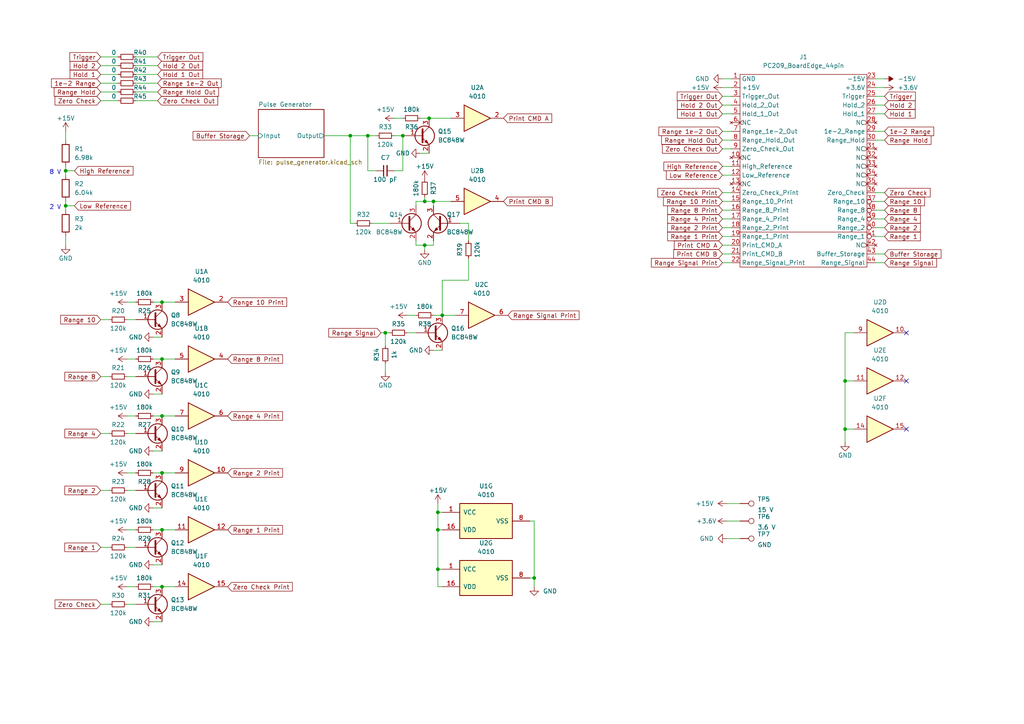
<source format=kicad_sch>
(kicad_sch (version 20211123) (generator eeschema)
  (paper "A4")
  (title_block (title "Keithley 615 PC209 Replacement Board") (date "2023-01-16") (rev "1.0") (company "Peter Farley") (comment 1 "Rev 1.0: Initial Design"))
  (lib_symbols
    (symbol "4xxx:4010" (pin_names (offset 1.016))
      (property "Reference" "U" (at 0 1.27 0))
      (property "Value" "4010" (at 0 -1.27 0))
      (symbol "4010_1_0"
        (polyline (pts (xy -3.81 3.81) (xy -3.81 -3.81) (xy 3.81 0) (xy -3.81 3.81)) (stroke (width 0.254)) (fill (type background)))
        (pin output line (at 7.62 0 180) (length 3.81) (name "~") (number "2"))
        (pin input line (at -7.62 0 0) (length 3.81) (name "~") (number "3"))
      )
      (symbol "4010_2_0"
        (polyline (pts (xy -3.81 3.81) (xy -3.81 -3.81) (xy 3.81 0) (xy -3.81 3.81)) (stroke (width 0.254)) (fill (type background)))
        (pin output line (at 7.62 0 180) (length 3.81) (name "~") (number "4"))
        (pin input line (at -7.62 0 0) (length 3.81) (name "~") (number "5"))
      )
      (symbol "4010_3_0"
        (polyline (pts (xy -3.81 3.81) (xy -3.81 -3.81) (xy 3.81 0) (xy -3.81 3.81)) (stroke (width 0.254)) (fill (type background)))
        (pin output line (at 7.62 0 180) (length 3.81) (name "~") (number "6"))
        (pin input line (at -7.62 0 0) (length 3.81) (name "~") (number "7"))
      )
      (symbol "4010_4_0"
        (polyline (pts (xy -3.81 3.81) (xy -3.81 -3.81) (xy 3.81 0) (xy -3.81 3.81)) (stroke (width 0.254)) (fill (type background)))
        (pin output line (at 7.62 0 180) (length 3.81) (name "~") (number "10"))
        (pin input line (at -7.62 0 0) (length 3.81) (name "~") (number "9"))
      )
      (symbol "4010_5_0"
        (polyline (pts (xy -3.81 3.81) (xy -3.81 -3.81) (xy 3.81 0) (xy -3.81 3.81)) (stroke (width 0.254)) (fill (type background)))
        (pin input line (at -7.62 0 0) (length 3.81) (name "~") (number "11"))
        (pin output line (at 7.62 0 180) (length 3.81) (name "~") (number "12"))
      )
      (symbol "4010_6_0"
        (polyline (pts (xy -3.81 3.81) (xy -3.81 -3.81) (xy 3.81 0) (xy -3.81 3.81)) (stroke (width 0.254)) (fill (type background)))
        (pin input line (at -7.62 0 0) (length 3.81) (name "~") (number "14"))
        (pin output line (at 7.62 0 180) (length 3.81) (name "~") (number "15"))
      )
      (symbol "4010_7_0"
        (pin power_in line (at 2.54 12.7 270) (length 5.08) (name "VCC") (number "1"))
        (pin power_in line (at -2.54 12.7 270) (length 5.08) (name "VDD") (number "16"))
        (pin power_in line (at 0 -12.7 90) (length 5.08) (name "VSS") (number "8"))
      )
      (symbol "4010_7_1"
        (rectangle (start -5.08 7.62) (end 5.08 -7.62) (stroke (width 0.254)) (fill (type background)))
      )
    )
    (symbol "Connector:TestPoint" (pin_numbers hide) (pin_names (offset 0.762) hide)
      (property "Reference" "TP" (at 0 6.858 0))
      (property "Value" "TestPoint" (at 0 5.08 0))
      (symbol "TestPoint_0_1"
        (circle (center 0 3.302) (radius 0.762))
      )
      (symbol "TestPoint_1_1"
        (pin passive line (at 0 0 90) (length 2.54) (name "1") (number "1"))
      )
    )
    (symbol "Device:C_Small" (pin_numbers hide) (pin_names (offset 0.254) hide)
      (property "Reference" "C" (at 0.254 1.778 0))
      (property "Value" "C_Small" (at 0.254 -2.032 0))
      (symbol "C_Small_0_1"
        (polyline (pts (xy -1.524 -0.508) (xy 1.524 -0.508)) (stroke (width 0.3302)))
        (polyline (pts (xy -1.524 0.508) (xy 1.524 0.508)) (stroke (width 0.3048)))
      )
      (symbol "C_Small_1_1"
        (pin passive line (at 0 2.54 270) (length 2.032) (name "~") (number "1"))
        (pin passive line (at 0 -2.54 90) (length 2.032) (name "~") (number "2"))
      )
    )
    (symbol "Device:R" (pin_numbers hide) (pin_names (offset 0))
      (property "Reference" "R" (at 2.032 0 90))
      (property "Value" "R" (at 0 0 90))
      (symbol "R_0_1"
        (rectangle (start -1.016 -2.54) (end 1.016 2.54) (stroke (width 0.254)))
      )
      (symbol "R_1_1"
        (pin passive line (at 0 3.81 270) (length 1.27) (name "~") (number "1"))
        (pin passive line (at 0 -3.81 90) (length 1.27) (name "~") (number "2"))
      )
    )
    (symbol "Device:R_Small" (pin_numbers hide) (pin_names (offset 0.254) hide)
      (property "Reference" "R" (at 0.762 0.508 0))
      (property "Value" "R_Small" (at 0.762 -1.016 0))
      (symbol "R_Small_0_1"
        (rectangle (start -0.762 1.778) (end 0.762 -1.778) (stroke (width 0.2032)))
      )
      (symbol "R_Small_1_1"
        (pin passive line (at 0 2.54 270) (length 0.762) (name "~") (number "1"))
        (pin passive line (at 0 -2.54 90) (length 0.762) (name "~") (number "2"))
      )
    )
    (symbol "Transistor_BJT:BC848W" (pin_names (offset 0) hide)
      (property "Reference" "Q" (at 5.08 1.905 0))
      (property "Value" "BC848W" (at 5.08 0 0))
      (symbol "BC848W_0_1"
        (polyline (pts (xy 0.635 0.635) (xy 2.54 2.54)))
        (polyline (pts (xy 0.635 -0.635) (xy 2.54 -2.54) (xy 2.54 -2.54)))
        (polyline (pts (xy 0.635 1.905) (xy 0.635 -1.905) (xy 0.635 -1.905)) (stroke (width 0.508)))
        (polyline (pts (xy 1.27 -1.778) (xy 1.778 -1.27) (xy 2.286 -2.286) (xy 1.27 -1.778) (xy 1.27 -1.778)) (fill (type outline)))
        (circle (center 1.27 0) (radius 2.8194) (stroke (width 0.254)))
      )
      (symbol "BC848W_1_1"
        (pin input line (at -5.08 0 0) (length 5.715) (name "B") (number "1"))
        (pin passive line (at 2.54 -5.08 90) (length 2.54) (name "E") (number "2"))
        (pin passive line (at 2.54 5.08 270) (length 2.54) (name "C") (number "3"))
      )
    )
    (symbol "lib_symbols:+3.6V" (power) (pin_names (offset 0))
      (property "Value" "+3.6V" (at 0 3.556 0))
      (symbol "+3.6V_0_1"
        (polyline (pts (xy -0.762 1.27) (xy 0 2.54)))
        (polyline (pts (xy 0 0) (xy 0 2.54)))
        (polyline (pts (xy 0 2.54) (xy 0.762 1.27)))
      )
      (symbol "+3.6V_1_1"
        (pin power_in line (at 0 0 90) (length 0) hide (name "+3.6V") (number "1"))
      )
    )
    (symbol "lib_symbols:PC209_BoardEdge_44pin"
      (property "Reference" "J" (at -1.27 0 0))
      (property "Value" "PC209_BoardEdge_44pin" (at 0 -58.42 0))
      (symbol "PC209_BoardEdge_44pin_0_1"
        (rectangle (start -19.05 -1.27) (end 17.78 -57.15))
        (polyline (pts (xy -19.05 -46.99) (xy 17.78 -46.99)))
      )
      (symbol "PC209_BoardEdge_44pin_1_1"
        (pin power_out line (at -21.59 -2.54 0) (length 2.54) (name "GND") (number "1"))
        (pin no_connect non_logic (at -21.59 -25.4 0) (length 2.54) (name "NC") (number "10"))
        (pin input line (at -21.59 -27.94 0) (length 2.54) (name "High_Reference") (number "11"))
        (pin input line (at -21.59 -30.48 0) (length 2.54) (name "Low_Reference") (number "12"))
        (pin no_connect non_logic (at -21.59 -33.02 0) (length 2.54) (name "NC") (number "13"))
        (pin input line (at -21.59 -35.56 0) (length 2.54) (name "Zero_Check_Print") (number "14"))
        (pin input line (at -21.59 -38.1 0) (length 2.54) (name "Range_10_Print") (number "15"))
        (pin input line (at -21.59 -40.64 0) (length 2.54) (name "Range_8_Print") (number "16"))
        (pin input line (at -21.59 -43.18 0) (length 2.54) (name "Range_4_Print") (number "17"))
        (pin input line (at -21.59 -45.72 0) (length 2.54) (name "Range_2_Print") (number "18"))
        (pin input line (at -21.59 -48.26 0) (length 2.54) (name "Range_1_Print") (number "19"))
        (pin power_out line (at -21.59 -5.08 0) (length 2.54) (name "+15V") (number "2"))
        (pin input line (at -21.59 -50.8 0) (length 2.54) (name "Print_CMD_A") (number "20"))
        (pin input line (at -21.59 -53.34 0) (length 2.54) (name "Print_CMD_B") (number "21"))
        (pin input line (at -21.59 -55.88 0) (length 2.54) (name "Range_Signal_Print") (number "22"))
        (pin power_out line (at 20.32 -2.54 180) (length 2.54) (name "-15V") (number "23"))
        (pin power_out line (at 20.32 -5.08 180) (length 2.54) (name "+3.6V") (number "24"))
        (pin output line (at 20.32 -7.62 180) (length 2.54) (name "Trigger") (number "25"))
        (pin output line (at 20.32 -10.16 180) (length 2.54) (name "Hold_2") (number "26"))
        (pin output line (at 20.32 -12.7 180) (length 2.54) (name "Hold_1") (number "27"))
        (pin no_connect non_logic (at 20.32 -15.24 180) (length 2.54) (name "NC") (number "28"))
        (pin output line (at 20.32 -17.78 180) (length 2.54) (name "1e-2_Range") (number "29"))
        (pin input line (at -21.59 -7.62 0) (length 2.54) (name "Trigger_Out") (number "3"))
        (pin output line (at 20.32 -20.32 180) (length 2.54) (name "Range_Hold") (number "30"))
        (pin no_connect non_logic (at 20.32 -22.86 180) (length 2.54) (name "NC") (number "31"))
        (pin no_connect non_logic (at 20.32 -25.4 180) (length 2.54) (name "NC") (number "32"))
        (pin no_connect non_logic (at 20.32 -27.94 180) (length 2.54) (name "NC") (number "33"))
        (pin no_connect non_logic (at 20.32 -30.48 180) (length 2.54) (name "NC") (number "34"))
        (pin no_connect non_logic (at 20.32 -33.02 180) (length 2.54) (name "NC") (number "35"))
        (pin output line (at 20.32 -35.56 180) (length 2.54) (name "Zero_Check") (number "36"))
        (pin output inverted (at 20.32 -38.1 180) (length 2.54) (name "Range_10") (number "37"))
        (pin output inverted (at 20.32 -40.64 180) (length 2.54) (name "Range_8") (number "38"))
        (pin output inverted (at 20.32 -43.18 180) (length 2.54) (name "Range_4") (number "39"))
        (pin input line (at -21.59 -10.16 0) (length 2.54) (name "Hold_2_Out") (number "4"))
        (pin output inverted (at 20.32 -45.72 180) (length 2.54) (name "Range_2") (number "40"))
        (pin output inverted (at 20.32 -48.26 180) (length 2.54) (name "Range_1") (number "41"))
        (pin no_connect non_logic (at 20.32 -50.8 180) (length 2.54) (name "NC") (number "42"))
        (pin output line (at 20.32 -53.34 180) (length 2.54) (name "Buffer_Storage") (number "43"))
        (pin output line (at 20.32 -55.88 180) (length 2.54) (name "Range_Signal") (number "44"))
        (pin input line (at -21.59 -12.7 0) (length 2.54) (name "Hold_1_Out") (number "5"))
        (pin no_connect non_logic (at -21.59 -15.24 0) (length 2.54) (name "NC") (number "6"))
        (pin input line (at -21.59 -17.78 0) (length 2.54) (name "Range_1e-2_Out") (number "7"))
        (pin input line (at -21.59 -20.32 0) (length 2.54) (name "Range_Hold_Out") (number "8"))
        (pin input line (at -21.59 -22.86 0) (length 2.54) (name "Zero_Check_Out") (number "9"))
      )
    )
    (symbol "power:+15V" (power) (pin_names (offset 0))
      (property "Value" "+15V" (at 0 3.556 0))
      (symbol "+15V_0_1"
        (polyline (pts (xy -0.762 1.27) (xy 0 2.54)))
        (polyline (pts (xy 0 0) (xy 0 2.54)))
        (polyline (pts (xy 0 2.54) (xy 0.762 1.27)))
      )
      (symbol "+15V_1_1"
        (pin power_in line (at 0 0 90) (length 0) hide (name "+15V") (number "1"))
      )
    )
    (symbol "power:-15V" (power) (pin_names (offset 0))
      (property "Value" "-15V" (at 0 3.81 0))
      (symbol "-15V_0_0"
        (pin power_in line (at 0 0 90) (length 0) hide (name "-15V") (number "1"))
      )
      (symbol "-15V_0_1"
        (polyline (pts (xy 0 0) (xy 0 1.27) (xy 0.762 1.27) (xy 0 2.54) (xy -0.762 1.27) (xy 0 1.27)) (fill (type outline)))
      )
    )
    (symbol "power:GND" (power) (pin_names (offset 0))
      (property "Value" "GND" (at 0 -3.81 0))
      (symbol "GND_0_1"
        (polyline (pts (xy 0 0) (xy 0 -1.27) (xy 1.27 -1.27) (xy 0 -2.54) (xy -1.27 -1.27) (xy 0 -1.27)))
      )
      (symbol "GND_1_1"
        (pin power_in line (at 0 0 270) (length 0) hide (name "GND") (number "1"))
      )
    )
  )
  (junction (at 127 153.67))
  (junction (at 154.94 167.64))
  (junction (at 19.05 49.53))
  (junction (at 123.19 71.12))
  (junction (at 46.99 153.67))
  (junction (at 245.11 110.49))
  (junction (at 101.6 39.37))
  (junction (at 127 148.59))
  (junction (at 46.99 87.63))
  (junction (at 123.19 58.42))
  (junction (at 46.99 137.16))
  (junction (at 106.68 39.37))
  (junction (at 46.99 104.14))
  (junction (at 124.46 34.29))
  (junction (at 125.73 58.42))
  (junction (at 127 165.1))
  (junction (at 111.76 96.52))
  (junction (at 19.05 59.69))
  (junction (at 46.99 170.18))
  (junction (at 245.11 124.46))
  (junction (at 46.99 120.65))
  (junction (at 116.84 39.37))
  (junction (at 128.27 91.44))
  (no_connect (at 262.89 110.49))
  (no_connect (at 262.89 124.46))
  (no_connect (at 262.89 96.52))
  (wire (pts (xy 127 165.1) (xy 127 153.67)))
  (wire (pts (xy 153.67 151.13) (xy 154.94 151.13)))
  (wire (pts (xy 254 30.48) (xy 256.54 30.48)))
  (wire (pts (xy 124.46 34.29) (xy 130.81 34.29)))
  (wire (pts (xy 46.99 120.65) (xy 50.8 120.65)))
  (wire (pts (xy 101.6 64.77) (xy 102.87 64.77)))
  (wire (pts (xy 44.45 153.67) (xy 46.99 153.67)))
  (wire (pts (xy 19.05 49.53) (xy 21.59 49.53)))
  (wire (pts (xy 209.55 40.64) (xy 212.09 40.64)))
  (wire (pts (xy 39.37 24.13) (xy 45.72 24.13)))
  (wire (pts (xy 29.21 21.59) (xy 34.29 21.59)))
  (wire (pts (xy 72.39 39.37) (xy 74.93 39.37)))
  (wire (pts (xy 123.19 58.42) (xy 120.65 58.42)))
  (wire (pts (xy 254 22.86) (xy 256.54 22.86)))
  (wire (pts (xy 116.84 49.53) (xy 116.84 39.37)))
  (wire (pts (xy 111.76 105.41) (xy 111.76 107.95)))
  (wire (pts (xy 93.98 39.37) (xy 101.6 39.37)))
  (wire (pts (xy 210.82 156.21) (xy 214.63 156.21)))
  (wire (pts (xy 120.65 58.42) (xy 120.65 59.69)))
  (wire (pts (xy 110.49 96.52) (xy 111.76 96.52)))
  (wire (pts (xy 127 146.05) (xy 127 148.59)))
  (wire (pts (xy 128.27 165.1) (xy 127 165.1)))
  (wire (pts (xy 135.89 64.77) (xy 133.35 64.77)))
  (wire (pts (xy 128.27 91.44) (xy 132.08 91.44)))
  (wire (pts (xy 29.21 26.67) (xy 34.29 26.67)))
  (wire (pts (xy 123.19 71.12) (xy 120.65 71.12)))
  (wire (pts (xy 209.55 68.58) (xy 212.09 68.58)))
  (wire (pts (xy 19.05 58.42) (xy 19.05 59.69)))
  (wire (pts (xy 127 165.1) (xy 127 170.18)))
  (wire (pts (xy 46.99 114.3) (xy 44.45 114.3)))
  (wire (pts (xy 29.21 29.21) (xy 34.29 29.21)))
  (wire (pts (xy 124.46 44.45) (xy 121.92 44.45)))
  (wire (pts (xy 29.21 142.24) (xy 31.75 142.24)))
  (wire (pts (xy 36.83 137.16) (xy 39.37 137.16)))
  (wire (pts (xy 114.3 49.53) (xy 116.84 49.53)))
  (wire (pts (xy 120.65 71.12) (xy 120.65 69.85)))
  (wire (pts (xy 209.55 63.5) (xy 212.09 63.5)))
  (wire (pts (xy 245.11 110.49) (xy 247.65 110.49)))
  (wire (pts (xy 209.55 66.04) (xy 212.09 66.04)))
  (wire (pts (xy 209.55 30.48) (xy 212.09 30.48)))
  (wire (pts (xy 29.21 175.26) (xy 31.75 175.26)))
  (wire (pts (xy 44.45 137.16) (xy 46.99 137.16)))
  (wire (pts (xy 209.55 27.94) (xy 212.09 27.94)))
  (wire (pts (xy 46.99 137.16) (xy 50.8 137.16)))
  (wire (pts (xy 254 58.42) (xy 256.54 58.42)))
  (wire (pts (xy 254 33.02) (xy 256.54 33.02)))
  (wire (pts (xy 209.55 33.02) (xy 212.09 33.02)))
  (wire (pts (xy 101.6 39.37) (xy 106.68 39.37)))
  (wire (pts (xy 209.55 38.1) (xy 212.09 38.1)))
  (wire (pts (xy 101.6 64.77) (xy 101.6 39.37)))
  (wire (pts (xy 39.37 16.51) (xy 45.72 16.51)))
  (wire (pts (xy 111.76 96.52) (xy 113.03 96.52)))
  (wire (pts (xy 209.55 58.42) (xy 212.09 58.42)))
  (wire (pts (xy 121.92 34.29) (xy 124.46 34.29)))
  (wire (pts (xy 128.27 101.6) (xy 125.73 101.6)))
  (wire (pts (xy 123.19 57.15) (xy 123.19 58.42)))
  (wire (pts (xy 106.68 49.53) (xy 106.68 39.37)))
  (wire (pts (xy 29.21 109.22) (xy 31.75 109.22)))
  (wire (pts (xy 39.37 21.59) (xy 45.72 21.59)))
  (wire (pts (xy 19.05 48.26) (xy 19.05 49.53)))
  (wire (pts (xy 46.99 130.81) (xy 44.45 130.81)))
  (wire (pts (xy 36.83 87.63) (xy 39.37 87.63)))
  (wire (pts (xy 209.55 71.12) (xy 212.09 71.12)))
  (wire (pts (xy 19.05 59.69) (xy 19.05 60.96)))
  (wire (pts (xy 125.73 59.69) (xy 125.73 58.42)))
  (wire (pts (xy 36.83 104.14) (xy 39.37 104.14)))
  (wire (pts (xy 254 76.2) (xy 256.54 76.2)))
  (wire (pts (xy 36.83 125.73) (xy 39.37 125.73)))
  (wire (pts (xy 36.83 142.24) (xy 39.37 142.24)))
  (wire (pts (xy 154.94 167.64) (xy 154.94 170.18)))
  (wire (pts (xy 254 63.5) (xy 256.54 63.5)))
  (wire (pts (xy 209.55 43.18) (xy 212.09 43.18)))
  (wire (pts (xy 109.22 49.53) (xy 106.68 49.53)))
  (wire (pts (xy 46.99 97.79) (xy 44.45 97.79)))
  (wire (pts (xy 29.21 24.13) (xy 34.29 24.13)))
  (wire (pts (xy 128.27 81.28) (xy 128.27 91.44)))
  (wire (pts (xy 254 25.4) (xy 256.54 25.4)))
  (wire (pts (xy 209.55 60.96) (xy 212.09 60.96)))
  (wire (pts (xy 44.45 170.18) (xy 46.99 170.18)))
  (wire (pts (xy 209.55 76.2) (xy 212.09 76.2)))
  (wire (pts (xy 135.89 69.85) (xy 135.89 64.77)))
  (wire (pts (xy 245.11 128.27) (xy 245.11 124.46)))
  (wire (pts (xy 46.99 147.32) (xy 44.45 147.32)))
  (wire (pts (xy 254 60.96) (xy 256.54 60.96)))
  (wire (pts (xy 39.37 19.05) (xy 45.72 19.05)))
  (wire (pts (xy 245.11 124.46) (xy 245.11 110.49)))
  (wire (pts (xy 44.45 120.65) (xy 46.99 120.65)))
  (wire (pts (xy 36.83 92.71) (xy 39.37 92.71)))
  (wire (pts (xy 125.73 58.42) (xy 130.81 58.42)))
  (wire (pts (xy 46.99 163.83) (xy 44.45 163.83)))
  (wire (pts (xy 39.37 29.21) (xy 45.72 29.21)))
  (wire (pts (xy 19.05 59.69) (xy 21.59 59.69)))
  (wire (pts (xy 106.68 39.37) (xy 109.22 39.37)))
  (wire (pts (xy 209.55 48.26) (xy 212.09 48.26)))
  (wire (pts (xy 114.3 39.37) (xy 116.84 39.37)))
  (wire (pts (xy 118.11 91.44) (xy 120.65 91.44)))
  (wire (pts (xy 254 73.66) (xy 256.54 73.66)))
  (wire (pts (xy 254 66.04) (xy 256.54 66.04)))
  (wire (pts (xy 29.21 158.75) (xy 31.75 158.75)))
  (wire (pts (xy 128.27 153.67) (xy 127 153.67)))
  (wire (pts (xy 135.89 81.28) (xy 128.27 81.28)))
  (wire (pts (xy 128.27 170.18) (xy 127 170.18)))
  (wire (pts (xy 153.67 167.64) (xy 154.94 167.64)))
  (wire (pts (xy 209.55 73.66) (xy 212.09 73.66)))
  (wire (pts (xy 36.83 109.22) (xy 39.37 109.22)))
  (wire (pts (xy 245.11 124.46) (xy 247.65 124.46)))
  (wire (pts (xy 210.82 146.05) (xy 214.63 146.05)))
  (wire (pts (xy 44.45 87.63) (xy 46.99 87.63)))
  (wire (pts (xy 29.21 92.71) (xy 31.75 92.71)))
  (wire (pts (xy 125.73 91.44) (xy 128.27 91.44)))
  (wire (pts (xy 29.21 16.51) (xy 34.29 16.51)))
  (wire (pts (xy 19.05 68.58) (xy 19.05 71.12)))
  (wire (pts (xy 114.3 34.29) (xy 116.84 34.29)))
  (wire (pts (xy 29.21 19.05) (xy 34.29 19.05)))
  (wire (pts (xy 254 27.94) (xy 256.54 27.94)))
  (wire (pts (xy 127 148.59) (xy 127 153.67)))
  (wire (pts (xy 46.99 153.67) (xy 50.8 153.67)))
  (wire (pts (xy 123.19 71.12) (xy 123.19 72.39)))
  (wire (pts (xy 254 40.64) (xy 256.54 40.64)))
  (wire (pts (xy 245.11 110.49) (xy 245.11 96.52)))
  (wire (pts (xy 125.73 69.85) (xy 125.73 71.12)))
  (wire (pts (xy 19.05 49.53) (xy 19.05 50.8)))
  (wire (pts (xy 46.99 170.18) (xy 50.8 170.18)))
  (wire (pts (xy 118.11 96.52) (xy 120.65 96.52)))
  (wire (pts (xy 36.83 175.26) (xy 39.37 175.26)))
  (wire (pts (xy 209.55 22.86) (xy 212.09 22.86)))
  (wire (pts (xy 154.94 151.13) (xy 154.94 167.64)))
  (wire (pts (xy 254 68.58) (xy 256.54 68.58)))
  (wire (pts (xy 29.21 125.73) (xy 31.75 125.73)))
  (wire (pts (xy 46.99 87.63) (xy 50.8 87.63)))
  (wire (pts (xy 36.83 170.18) (xy 39.37 170.18)))
  (wire (pts (xy 107.95 64.77) (xy 113.03 64.77)))
  (wire (pts (xy 46.99 104.14) (xy 50.8 104.14)))
  (wire (pts (xy 44.45 104.14) (xy 46.99 104.14)))
  (wire (pts (xy 36.83 120.65) (xy 39.37 120.65)))
  (wire (pts (xy 36.83 158.75) (xy 39.37 158.75)))
  (wire (pts (xy 111.76 96.52) (xy 111.76 100.33)))
  (wire (pts (xy 209.55 50.8) (xy 212.09 50.8)))
  (wire (pts (xy 245.11 96.52) (xy 247.65 96.52)))
  (wire (pts (xy 19.05 38.1) (xy 19.05 40.64)))
  (wire (pts (xy 254 38.1) (xy 256.54 38.1)))
  (wire (pts (xy 210.82 151.13) (xy 214.63 151.13)))
  (wire (pts (xy 209.55 25.4) (xy 212.09 25.4)))
  (wire (pts (xy 46.99 180.34) (xy 44.45 180.34)))
  (wire (pts (xy 39.37 26.67) (xy 45.72 26.67)))
  (wire (pts (xy 254 55.88) (xy 256.54 55.88)))
  (wire (pts (xy 125.73 71.12) (xy 123.19 71.12)))
  (wire (pts (xy 125.73 58.42) (xy 123.19 58.42)))
  (wire (pts (xy 36.83 153.67) (xy 39.37 153.67)))
  (wire (pts (xy 135.89 74.93) (xy 135.89 81.28)))
  (wire (pts (xy 209.55 55.88) (xy 212.09 55.88)))
  (wire (pts (xy 127 148.59) (xy 128.27 148.59)))
  (text "2 V" (at 17.78 60.96 180) (effects (font (size 1.27 1.27)) (justify right bottom)))
  (text "8 V" (at 17.78 50.8 180) (effects (font (size 1.27 1.27)) (justify right bottom)))
  (global_label "Range 2" (shape input) (at 29.21 142.24 180) (property "Intersheet References" "${INTERSHEET_REFS}" (effects hide)))
  (global_label "Trigger Out" (shape input) (at 45.72 16.51 0) (property "Intersheet References" "${INTERSHEET_REFS}" (effects hide)))
  (global_label "Range Signal Print" (shape input) (at 147.32 91.44 0) (property "Intersheet References" "${INTERSHEET_REFS}" (effects hide)))
  (global_label "Range Hold" (shape input) (at 29.21 26.67 180) (property "Intersheet References" "${INTERSHEET_REFS}" (effects hide)))
  (global_label "Range 4 Print" (shape input) (at 209.55 63.5 180) (property "Intersheet References" "${INTERSHEET_REFS}" (effects hide)))
  (global_label "Print CMD B" (shape input) (at 209.55 73.66 180) (property "Intersheet References" "${INTERSHEET_REFS}" (effects hide)))
  (global_label "Hold 1 Out" (shape input) (at 45.72 21.59 0) (property "Intersheet References" "${INTERSHEET_REFS}" (effects hide)))
  (global_label "Range Signal" (shape input) (at 256.54 76.2 0) (property "Intersheet References" "${INTERSHEET_REFS}" (effects hide)))
  (global_label "Range 8 Print" (shape input) (at 66.04 104.14 0) (property "Intersheet References" "${INTERSHEET_REFS}" (effects hide)))
  (global_label "Zero Check" (shape input) (at 256.54 55.88 0) (property "Intersheet References" "${INTERSHEET_REFS}" (effects hide)))
  (global_label "Range 4" (shape input) (at 256.54 63.5 0) (property "Intersheet References" "${INTERSHEET_REFS}" (effects hide)))
  (global_label "Zero Check" (shape input) (at 29.21 175.26 180) (property "Intersheet References" "${INTERSHEET_REFS}" (effects hide)))
  (global_label "Range Signal Print" (shape input) (at 209.55 76.2 180) (property "Intersheet References" "${INTERSHEET_REFS}" (effects hide)))
  (global_label "Range 1e-2 Out" (shape input) (at 209.55 38.1 180) (property "Intersheet References" "${INTERSHEET_REFS}" (effects hide)))
  (global_label "Trigger" (shape input) (at 29.21 16.51 180) (property "Intersheet References" "${INTERSHEET_REFS}" (effects hide)))
  (global_label "Range 1" (shape input) (at 29.21 158.75 180) (property "Intersheet References" "${INTERSHEET_REFS}" (effects hide)))
  (global_label "Range 10 Print" (shape input) (at 209.55 58.42 180) (property "Intersheet References" "${INTERSHEET_REFS}" (effects hide)))
  (global_label "Range 10 Print" (shape input) (at 66.04 87.63 0) (property "Intersheet References" "${INTERSHEET_REFS}" (effects hide)))
  (global_label "Print CMD A" (shape input) (at 146.05 34.29 0) (property "Intersheet References" "${INTERSHEET_REFS}" (effects hide)))
  (global_label "Buffer Storage" (shape input) (at 72.39 39.37 180) (property "Intersheet References" "${INTERSHEET_REFS}" (effects hide)))
  (global_label "Zero Check Out" (shape input) (at 209.55 43.18 180) (property "Intersheet References" "${INTERSHEET_REFS}" (effects hide)))
  (global_label "Range 1e-2 Out" (shape input) (at 45.72 24.13 0) (property "Intersheet References" "${INTERSHEET_REFS}" (effects hide)))
  (global_label "Range 1 Print" (shape input) (at 209.55 68.58 180) (property "Intersheet References" "${INTERSHEET_REFS}" (effects hide)))
  (global_label "Buffer Storage" (shape input) (at 256.54 73.66 0) (property "Intersheet References" "${INTERSHEET_REFS}" (effects hide)))
  (global_label "Range 4 Print" (shape input) (at 66.04 120.65 0) (property "Intersheet References" "${INTERSHEET_REFS}" (effects hide)))
  (global_label "Range Signal" (shape input) (at 110.49 96.52 180) (property "Intersheet References" "${INTERSHEET_REFS}" (effects hide)))
  (global_label "Hold 2" (shape input) (at 256.54 30.48 0) (property "Intersheet References" "${INTERSHEET_REFS}" (effects hide)))
  (global_label "Zero Check" (shape input) (at 29.21 29.21 180) (property "Intersheet References" "${INTERSHEET_REFS}" (effects hide)))
  (global_label "Range 8" (shape input) (at 256.54 60.96 0) (property "Intersheet References" "${INTERSHEET_REFS}" (effects hide)))
  (global_label "Range 1 Print" (shape input) (at 66.04 153.67 0) (property "Intersheet References" "${INTERSHEET_REFS}" (effects hide)))
  (global_label "Range 1" (shape input) (at 256.54 68.58 0) (property "Intersheet References" "${INTERSHEET_REFS}" (effects hide)))
  (global_label "Hold 1" (shape input) (at 256.54 33.02 0) (property "Intersheet References" "${INTERSHEET_REFS}" (effects hide)))
  (global_label "Range 8 Print" (shape input) (at 209.55 60.96 180) (property "Intersheet References" "${INTERSHEET_REFS}" (effects hide)))
  (global_label "Range 4" (shape input) (at 29.21 125.73 180) (property "Intersheet References" "${INTERSHEET_REFS}" (effects hide)))
  (global_label "Zero Check Out" (shape input) (at 45.72 29.21 0) (property "Intersheet References" "${INTERSHEET_REFS}" (effects hide)))
  (global_label "High Reference" (shape input) (at 21.59 49.53 0) (property "Intersheet References" "${INTERSHEET_REFS}" (effects hide)))
  (global_label "Range 10" (shape input) (at 256.54 58.42 0) (property "Intersheet References" "${INTERSHEET_REFS}" (effects hide)))
  (global_label "High Reference" (shape input) (at 209.55 48.26 180) (property "Intersheet References" "${INTERSHEET_REFS}" (effects hide)))
  (global_label "Low Reference" (shape input) (at 209.55 50.8 180) (property "Intersheet References" "${INTERSHEET_REFS}" (effects hide)))
  (global_label "Range 2 Print" (shape input) (at 209.55 66.04 180) (property "Intersheet References" "${INTERSHEET_REFS}" (effects hide)))
  (global_label "Low Reference" (shape input) (at 21.59 59.69 0) (property "Intersheet References" "${INTERSHEET_REFS}" (effects hide)))
  (global_label "Hold 1" (shape input) (at 29.21 21.59 180) (property "Intersheet References" "${INTERSHEET_REFS}" (effects hide)))
  (global_label "Range Hold Out" (shape input) (at 45.72 26.67 0) (property "Intersheet References" "${INTERSHEET_REFS}" (effects hide)))
  (global_label "Range Hold" (shape input) (at 256.54 40.64 0) (property "Intersheet References" "${INTERSHEET_REFS}" (effects hide)))
  (global_label "Zero Check Print" (shape input) (at 66.04 170.18 0) (property "Intersheet References" "${INTERSHEET_REFS}" (effects hide)))
  (global_label "Range 2 Print" (shape input) (at 66.04 137.16 0) (property "Intersheet References" "${INTERSHEET_REFS}" (effects hide)))
  (global_label "1e-2 Range" (shape input) (at 29.21 24.13 180) (property "Intersheet References" "${INTERSHEET_REFS}" (effects hide)))
  (global_label "Print CMD A" (shape input) (at 209.55 71.12 180) (property "Intersheet References" "${INTERSHEET_REFS}" (effects hide)))
  (global_label "Range Hold Out" (shape input) (at 209.55 40.64 180) (property "Intersheet References" "${INTERSHEET_REFS}" (effects hide)))
  (global_label "Zero Check Print" (shape input) (at 209.55 55.88 180) (property "Intersheet References" "${INTERSHEET_REFS}" (effects hide)))
  (global_label "Hold 2" (shape input) (at 29.21 19.05 180) (property "Intersheet References" "${INTERSHEET_REFS}" (effects hide)))
  (global_label "Hold 2 Out" (shape input) (at 209.55 30.48 180) (property "Intersheet References" "${INTERSHEET_REFS}" (effects hide)))
  (global_label "Trigger" (shape input) (at 256.54 27.94 0) (property "Intersheet References" "${INTERSHEET_REFS}" (effects hide)))
  (global_label "Hold 1 Out" (shape input) (at 209.55 33.02 180) (property "Intersheet References" "${INTERSHEET_REFS}" (effects hide)))
  (global_label "1e-2 Range" (shape input) (at 256.54 38.1 0) (property "Intersheet References" "${INTERSHEET_REFS}" (effects hide)))
  (global_label "Range 8" (shape input) (at 29.21 109.22 180) (property "Intersheet References" "${INTERSHEET_REFS}" (effects hide)))
  (global_label "Hold 2 Out" (shape input) (at 45.72 19.05 0) (property "Intersheet References" "${INTERSHEET_REFS}" (effects hide)))
  (global_label "Print CMD B" (shape input) (at 146.05 58.42 0) (property "Intersheet References" "${INTERSHEET_REFS}" (effects hide)))
  (global_label "Trigger Out" (shape input) (at 209.55 27.94 180) (property "Intersheet References" "${INTERSHEET_REFS}" (effects hide)))
  (global_label "Range 2" (shape input) (at 256.54 66.04 0) (property "Intersheet References" "${INTERSHEET_REFS}" (effects hide)))
  (global_label "Range 10" (shape input) (at 29.21 92.71 180) (property "Intersheet References" "${INTERSHEET_REFS}" (effects hide)))
  (symbol (lib_id "Transistor_BJT:BC848W") (at 44.45 125.73 0) (unit 1)
    (property "Reference" "Q10" (at 49.53 124.4599 0) (effects (justify left)))
    (property "Value" "BC848W" (at 49.53 126.9999 0) (effects (justify left)))
    (property "Footprint" "Package_TO_SOT_SMD:SOT-323_SC-70" (effects hide))
    (property "Datasheet" "http://www.infineon.com/dgdl/Infineon-BC847SERIES_BC848SERIES_BC849SERIES_BC850SERIES-DS-v01_01-en.pdf?fileId=db3a304314dca389011541d4630a1657" (effects hide))
  )
  (symbol (lib_id "Device:R_Small") (at 41.91 170.18 270) (unit 1)
    (property "Reference" "R31" (at 41.91 172.72 90))
    (property "Value" "180k" (at 41.91 167.64 90))
    (property "Footprint" "Resistor_SMD:R_0603_1608Metric" (effects hide))
  )
  (symbol (lib_id "4xxx:4010") (at 58.42 87.63 0) (unit 1)
    (property "Reference" "U1" (at 58.42 78.74 0))
    (property "Value" "4010" (at 58.42 81.28 0))
    (property "Datasheet" "http://www.ti.com/lit/ds/symlink/cd4010b-q1.pdf" (effects hide))
  )
  (symbol (lib_id "power:+15V") (at 118.11 91.44 90) (unit 1)
    (property "Reference" "#PWR0145" (effects hide))
    (property "Value" "+15V" (at 115.57 88.9 90))
  )
  (symbol (lib_id "power:GND") (at 210.82 156.21 270) (unit 1)
    (property "Reference" "#PWR0127" (effects hide))
    (property "Value" "GND" (at 207.01 156.2099 90) (effects (justify right)))
  )
  (symbol (lib_id "Transistor_BJT:BC848W") (at 44.45 158.75 0) (unit 1)
    (property "Reference" "Q12" (at 49.53 157.4799 0) (effects (justify left)))
    (property "Value" "BC848W" (at 49.53 160.0199 0) (effects (justify left)))
    (property "Footprint" "Package_TO_SOT_SMD:SOT-323_SC-70" (effects hide))
    (property "Datasheet" "http://www.infineon.com/dgdl/Infineon-BC847SERIES_BC848SERIES_BC849SERIES_BC850SERIES-DS-v01_01-en.pdf?fileId=db3a304314dca389011541d4630a1657" (effects hide))
  )
  (symbol (lib_id "Device:R_Small") (at 111.76 102.87 180) (unit 1)
    (property "Reference" "R34" (at 109.22 102.87 90))
    (property "Value" "1k" (at 114.3 102.87 90))
    (property "Footprint" "Resistor_SMD:R_0603_1608Metric" (effects hide))
  )
  (symbol (lib_id "power:GND") (at 44.45 147.32 270) (unit 1)
    (property "Reference" "#PWR0138" (effects hide))
    (property "Value" "GND" (at 39.37 147.32 90))
  )
  (symbol (lib_id "Device:R_Small") (at 36.83 16.51 270) (unit 1)
    (property "Reference" "R40" (at 40.64 15.24 90))
    (property "Value" "0" (at 33.02 15.24 90))
    (property "Footprint" "Resistor_SMD:R_0603_1608Metric" (effects hide))
  )
  (symbol (lib_id "power:GND") (at 44.45 130.81 270) (unit 1)
    (property "Reference" "#PWR0137" (effects hide))
    (property "Value" "GND" (at 39.37 130.81 90))
  )
  (symbol (lib_id "Transistor_BJT:BC848W") (at 121.92 39.37 0) (unit 1)
    (property "Reference" "Q15" (at 127 38.0999 0) (effects (justify left)))
    (property "Value" "BC848W" (at 127 40.6399 0) (effects (justify left)))
    (property "Footprint" "Package_TO_SOT_SMD:SOT-323_SC-70" (effects hide))
    (property "Datasheet" "http://www.infineon.com/dgdl/Infineon-BC847SERIES_BC848SERIES_BC849SERIES_BC850SERIES-DS-v01_01-en.pdf?fileId=db3a304314dca389011541d4630a1657" (effects hide))
  )
  (symbol (lib_id "power:GND") (at 44.45 180.34 270) (unit 1)
    (property "Reference" "#PWR0140" (effects hide))
    (property "Value" "GND" (at 39.37 180.34 90))
  )
  (symbol (lib_id "lib_symbols:PC209_BoardEdge_44pin") (at 233.68 20.32 0) (unit 1)
    (property "Reference" "J1" (at 233.045 16.51 0))
    (property "Value" "PC209_BoardEdge_44pin" (at 233.045 19.05 0))
    (property "Footprint" "footprints:PC209_Edge_Connector" (effects hide))
  )
  (symbol (lib_id "Transistor_BJT:BC848W") (at 44.45 175.26 0) (unit 1)
    (property "Reference" "Q13" (at 49.53 173.9899 0) (effects (justify left)))
    (property "Value" "BC848W" (at 49.53 176.5299 0) (effects (justify left)))
    (property "Footprint" "Package_TO_SOT_SMD:SOT-323_SC-70" (effects hide))
    (property "Datasheet" "http://www.infineon.com/dgdl/Infineon-BC847SERIES_BC848SERIES_BC849SERIES_BC850SERIES-DS-v01_01-en.pdf?fileId=db3a304314dca389011541d4630a1657" (effects hide))
  )
  (symbol (lib_id "power:+15V") (at 127 146.05 0) (unit 1)
    (property "Reference" "#PWR0129" (effects hide))
    (property "Value" "+15V" (at 127 142.24 0))
  )
  (symbol (lib_id "4xxx:4010") (at 255.27 96.52 0) (unit 4)
    (property "Reference" "U2" (at 255.27 87.63 0))
    (property "Value" "4010" (at 255.27 90.17 0))
    (property "Datasheet" "http://www.ti.com/lit/ds/symlink/cd4010b-q1.pdf" (effects hide))
  )
  (symbol (lib_id "Device:C_Small") (at 111.76 49.53 90) (unit 1)
    (property "Reference" "C7" (at 111.76 45.72 90))
    (property "Value" "100 pF" (at 111.76 52.07 90))
    (property "Footprint" "Capacitor_SMD:C_0603_1608Metric" (effects hide))
  )
  (symbol (lib_id "Device:R_Small") (at 41.91 87.63 270) (unit 1)
    (property "Reference" "R25" (at 41.91 90.17 90))
    (property "Value" "180k" (at 41.91 85.09 90))
    (property "Footprint" "Resistor_SMD:R_0603_1608Metric" (effects hide))
  )
  (symbol (lib_id "Device:R_Small") (at 135.89 72.39 180) (unit 1)
    (property "Reference" "R39" (at 133.35 72.39 90))
    (property "Value" "120k" (at 138.43 72.39 90))
    (property "Footprint" "Resistor_SMD:R_0603_1608Metric" (effects hide))
  )
  (symbol (lib_id "Transistor_BJT:BC848W") (at 118.11 64.77 0) (unit 1)
    (property "Reference" "Q14" (at 116.84 62.23 0) (effects (justify right)))
    (property "Value" "BC848W" (at 116.84 67.31 0) (effects (justify right)))
    (property "Footprint" "Package_TO_SOT_SMD:SOT-323_SC-70" (effects hide))
    (property "Datasheet" "http://www.infineon.com/dgdl/Infineon-BC847SERIES_BC848SERIES_BC849SERIES_BC850SERIES-DS-v01_01-en.pdf?fileId=db3a304314dca389011541d4630a1657" (effects hide))
  )
  (symbol (lib_id "Device:R_Small") (at 34.29 109.22 90) (unit 1)
    (property "Reference" "R21" (at 34.29 106.68 90))
    (property "Value" "120k" (at 34.29 111.76 90))
    (property "Footprint" "Resistor_SMD:R_0603_1608Metric" (effects hide))
  )
  (symbol (lib_id "Transistor_BJT:BC848W") (at 128.27 64.77 0) (mirror y) (unit 1)
    (property "Reference" "Q17" (at 129.54 62.23 0) (effects (justify right)))
    (property "Value" "BC848W" (at 129.54 67.31 0) (effects (justify right)))
    (property "Footprint" "Package_TO_SOT_SMD:SOT-323_SC-70" (effects hide))
    (property "Datasheet" "http://www.infineon.com/dgdl/Infineon-BC847SERIES_BC848SERIES_BC849SERIES_BC850SERIES-DS-v01_01-en.pdf?fileId=db3a304314dca389011541d4630a1657" (effects hide))
  )
  (symbol (lib_id "power:+15V") (at 19.05 38.1 0) (unit 1)
    (property "Reference" "#PWR0106" (effects hide))
    (property "Value" "+15V" (at 19.05 34.29 0))
  )
  (symbol (lib_id "4xxx:4010") (at 58.42 120.65 0) (unit 3)
    (property "Reference" "U1" (at 58.42 111.76 0))
    (property "Value" "4010" (at 58.42 114.3 0))
    (property "Datasheet" "http://www.ti.com/lit/ds/symlink/cd4010b-q1.pdf" (effects hide))
  )
  (symbol (lib_id "power:GND") (at 111.76 107.95 0) (unit 1)
    (property "Reference" "#PWR0143" (effects hide))
    (property "Value" "GND" (at 111.76 111.76 0))
  )
  (symbol (lib_id "lib_symbols:+3.6V") (at 256.54 25.4 270) (unit 1)
    (property "Reference" "#PWR0101" (effects hide))
    (property "Value" "+3.6V" (at 260.35 25.3999 90) (effects (justify left)))
  )
  (symbol (lib_id "Device:R_Small") (at 119.38 34.29 270) (unit 1)
    (property "Reference" "R36" (at 119.38 36.83 90))
    (property "Value" "180k" (at 119.38 31.75 90))
    (property "Footprint" "Resistor_SMD:R_0603_1608Metric" (effects hide))
  )
  (symbol (lib_id "power:+15V") (at 210.82 146.05 90) (unit 1)
    (property "Reference" "#PWR0126" (effects hide))
    (property "Value" "+15V" (at 207.01 146.0499 90) (effects (justify left)))
  )
  (symbol (lib_id "power:GND") (at 209.55 22.86 270) (unit 1)
    (property "Reference" "#PWR0103" (effects hide))
    (property "Value" "GND" (at 205.74 22.8599 90) (effects (justify right)))
  )
  (symbol (lib_id "4xxx:4010") (at 138.43 58.42 0) (unit 2)
    (property "Reference" "U2" (at 138.43 49.53 0))
    (property "Value" "4010" (at 138.43 52.07 0))
    (property "Datasheet" "http://www.ti.com/lit/ds/symlink/cd4010b-q1.pdf" (effects hide))
  )
  (symbol (lib_id "power:+15V") (at 36.83 104.14 90) (unit 1)
    (property "Reference" "#PWR0135" (effects hide))
    (property "Value" "+15V" (at 34.29 101.6 90))
  )
  (symbol (lib_id "Device:R_Small") (at 34.29 142.24 90) (unit 1)
    (property "Reference" "R23" (at 34.29 139.7 90))
    (property "Value" "120k" (at 34.29 144.78 90))
    (property "Footprint" "Resistor_SMD:R_0603_1608Metric" (effects hide))
  )
  (symbol (lib_id "4xxx:4010") (at 58.42 137.16 0) (unit 4)
    (property "Reference" "U1" (at 58.42 128.27 0))
    (property "Value" "4010" (at 58.42 130.81 0))
    (property "Datasheet" "http://www.ti.com/lit/ds/symlink/cd4010b-q1.pdf" (effects hide))
  )
  (symbol (lib_id "Connector:TestPoint") (at 214.63 146.05 270) (unit 1) (in_bom no)
    (property "Reference" "TP5" (at 219.71 144.78 90) (effects (justify left)))
    (property "Value" "15 V" (at 219.71 148.59 90) (effects (justify left bottom)))
    (property "Footprint" "TestPoint:TestPoint_THTPad_2.0x2.0mm_Drill1.0mm" (effects hide))
  )
  (symbol (lib_id "power:+15V") (at 36.83 87.63 90) (unit 1)
    (property "Reference" "#PWR0128" (effects hide))
    (property "Value" "+15V" (at 34.29 85.09 90))
  )
  (symbol (lib_id "4xxx:4010") (at 58.42 170.18 0) (unit 6)
    (property "Reference" "U1" (at 58.42 161.29 0))
    (property "Value" "4010" (at 58.42 163.83 0))
    (property "Footprint" "Package_SO:SOIC-16_3.9x9.9mm_P1.27mm" (effects hide))
    (property "Datasheet" "http://www.ti.com/lit/ds/symlink/cd4010b-q1.pdf" (effects hide))
  )
  (symbol (lib_id "Device:R_Small") (at 36.83 19.05 270) (unit 1)
    (property "Reference" "R41" (at 40.64 17.78 90))
    (property "Value" "0" (at 33.02 17.78 90))
    (property "Footprint" "Resistor_SMD:R_0603_1608Metric" (effects hide))
  )
  (symbol (lib_id "Device:R_Small") (at 34.29 158.75 90) (unit 1)
    (property "Reference" "R24" (at 34.29 156.21 90))
    (property "Value" "120k" (at 34.29 161.29 90))
    (property "Footprint" "Resistor_SMD:R_0603_1608Metric" (effects hide))
  )
  (symbol (lib_id "Device:R_Small") (at 41.91 104.14 270) (unit 1)
    (property "Reference" "R26" (at 41.91 106.68 90))
    (property "Value" "180k" (at 41.91 101.6 90))
    (property "Footprint" "Resistor_SMD:R_0603_1608Metric" (effects hide))
  )
  (symbol (lib_id "Device:R_Small") (at 123.19 91.44 270) (unit 1)
    (property "Reference" "R38" (at 123.19 93.98 90))
    (property "Value" "180k" (at 123.19 88.9 90))
    (property "Footprint" "Resistor_SMD:R_0603_1608Metric" (effects hide))
  )
  (symbol (lib_id "4xxx:4010") (at 255.27 124.46 0) (unit 6)
    (property "Reference" "U2" (at 255.27 115.57 0))
    (property "Value" "4010" (at 255.27 118.11 0))
    (property "Datasheet" "http://www.ti.com/lit/ds/symlink/cd4010b-q1.pdf" (effects hide))
  )
  (symbol (lib_id "Transistor_BJT:BC848W") (at 44.45 109.22 0) (unit 1)
    (property "Reference" "Q9" (at 49.53 107.9499 0) (effects (justify left)))
    (property "Value" "BC848W" (at 49.53 110.4899 0) (effects (justify left)))
    (property "Footprint" "Package_TO_SOT_SMD:SOT-323_SC-70" (effects hide))
    (property "Datasheet" "http://www.infineon.com/dgdl/Infineon-BC847SERIES_BC848SERIES_BC849SERIES_BC850SERIES-DS-v01_01-en.pdf?fileId=db3a304314dca389011541d4630a1657" (effects hide))
  )
  (symbol (lib_id "Device:R_Small") (at 105.41 64.77 90) (unit 1)
    (property "Reference" "R32" (at 105.41 62.23 90))
    (property "Value" "120k" (at 105.41 67.31 90))
    (property "Footprint" "Resistor_SMD:R_0603_1608Metric" (effects hide))
  )
  (symbol (lib_id "Device:R_Small") (at 115.57 96.52 90) (unit 1)
    (property "Reference" "R35" (at 115.57 93.98 90))
    (property "Value" "120k" (at 115.57 99.06 90))
    (property "Footprint" "Resistor_SMD:R_0603_1608Metric" (effects hide))
  )
  (symbol (lib_id "Connector:TestPoint") (at 214.63 156.21 270) (unit 1) (in_bom no)
    (property "Reference" "TP7" (at 219.71 154.94 90) (effects (justify left)))
    (property "Value" "GND" (at 219.71 158.75 90) (effects (justify left bottom)))
    (property "Footprint" "TestPoint:TestPoint_THTPad_2.0x2.0mm_Drill1.0mm" (effects hide))
  )
  (symbol (lib_id "Device:R") (at 19.05 54.61 0) (unit 1)
    (property "Reference" "R2" (at 21.59 53.3399 0) (effects (justify left)))
    (property "Value" "6.04k" (at 21.59 55.8799 0) (effects (justify left)))
    (property "Footprint" "Resistor_SMD:R_0603_1608Metric" (effects hide))
  )
  (symbol (lib_id "Device:R_Small") (at 36.83 26.67 270) (unit 1)
    (property "Reference" "R44" (at 40.64 25.4 90))
    (property "Value" "0" (at 33.02 25.4 90))
    (property "Footprint" "Resistor_SMD:R_0603_1608Metric" (effects hide))
  )
  (symbol (lib_id "power:GND") (at 123.19 72.39 0) (unit 1)
    (property "Reference" "#PWR0146" (effects hide))
    (property "Value" "GND" (at 123.19 76.2 0))
  )
  (symbol (lib_id "power:+15V") (at 36.83 170.18 90) (unit 1)
    (property "Reference" "#PWR0141" (effects hide))
    (property "Value" "+15V" (at 34.29 167.64 90))
  )
  (symbol (lib_id "power:GND") (at 44.45 97.79 270) (unit 1)
    (property "Reference" "#PWR0131" (effects hide))
    (property "Value" "GND" (at 39.37 97.79 90))
  )
  (symbol (lib_id "Device:R") (at 19.05 44.45 0) (unit 1)
    (property "Reference" "R1" (at 21.59 43.1799 0) (effects (justify left)))
    (property "Value" "6.98k" (at 21.59 45.7199 0) (effects (justify left)))
    (property "Footprint" "Resistor_SMD:R_0603_1608Metric" (effects hide))
  )
  (symbol (lib_id "power:GND") (at 125.73 101.6 270) (unit 1)
    (property "Reference" "#PWR0144" (effects hide))
    (property "Value" "GND" (at 120.65 101.6 90))
  )
  (symbol (lib_id "power:+15V") (at 36.83 153.67 90) (unit 1)
    (property "Reference" "#PWR0134" (effects hide))
    (property "Value" "+15V" (at 34.29 151.13 90))
  )
  (symbol (lib_id "4xxx:4010") (at 139.7 91.44 0) (unit 3)
    (property "Reference" "U2" (at 139.7 82.55 0))
    (property "Value" "4010" (at 139.7 85.09 0))
    (property "Datasheet" "http://www.ti.com/lit/ds/symlink/cd4010b-q1.pdf" (effects hide))
  )
  (symbol (lib_id "4xxx:4010") (at 255.27 110.49 0) (unit 5)
    (property "Reference" "U2" (at 255.27 101.6 0))
    (property "Value" "4010" (at 255.27 104.14 0))
    (property "Datasheet" "http://www.ti.com/lit/ds/symlink/cd4010b-q1.pdf" (effects hide))
  )
  (symbol (lib_id "Connector:TestPoint") (at 214.63 151.13 270) (unit 1) (in_bom no)
    (property "Reference" "TP6" (at 219.71 149.86 90) (effects (justify left)))
    (property "Value" "3.6 V" (at 219.71 153.67 90) (effects (justify left bottom)))
    (property "Footprint" "TestPoint:TestPoint_THTPad_2.0x2.0mm_Drill1.0mm" (effects hide))
  )
  (symbol (lib_id "power:+15V") (at 123.19 52.07 0) (unit 1)
    (property "Reference" "#PWR0147" (effects hide))
    (property "Value" "+15V" (at 123.19 48.26 0))
  )
  (symbol (lib_id "power:-15V") (at 256.54 22.86 270) (unit 1)
    (property "Reference" "#PWR0102" (effects hide))
    (property "Value" "-15V" (at 260.35 22.8599 90) (effects (justify left)))
  )
  (symbol (lib_id "power:GND") (at 19.05 71.12 0) (unit 1)
    (property "Reference" "#PWR0105" (effects hide))
    (property "Value" "GND" (at 19.05 74.93 0))
  )
  (symbol (lib_id "power:GND") (at 154.94 170.18 0) (unit 1)
    (property "Reference" "#PWR0130" (effects hide))
    (property "Value" "GND" (at 157.48 171.4499 0) (effects (justify left)))
  )
  (symbol (lib_id "Device:R") (at 19.05 64.77 0) (unit 1)
    (property "Reference" "R3" (at 21.59 63.4999 0) (effects (justify left)))
    (property "Value" "2k" (at 21.59 66.0399 0) (effects (justify left)))
    (property "Footprint" "Resistor_SMD:R_0603_1608Metric" (effects hide))
  )
  (symbol (lib_id "Device:R_Small") (at 41.91 120.65 270) (unit 1)
    (property "Reference" "R27" (at 41.91 123.19 90))
    (property "Value" "180k" (at 41.91 118.11 90))
    (property "Footprint" "Resistor_SMD:R_0603_1608Metric" (effects hide))
  )
  (symbol (lib_id "power:+15V") (at 36.83 137.16 90) (unit 1)
    (property "Reference" "#PWR0133" (effects hide))
    (property "Value" "+15V" (at 34.29 134.62 90))
  )
  (symbol (lib_id "Device:R_Small") (at 111.76 39.37 90) (unit 1)
    (property "Reference" "R33" (at 111.76 36.83 90))
    (property "Value" "120k" (at 111.76 41.91 90))
    (property "Footprint" "Resistor_SMD:R_0603_1608Metric" (effects hide))
  )
  (symbol (lib_id "lib_symbols:+3.6V") (at 210.82 151.13 90) (unit 1)
    (property "Reference" "#PWR0125" (effects hide))
    (property "Value" "+3.6V" (at 201.93 151.13 90) (effects (justify right)))
  )
  (symbol (lib_id "Device:R_Small") (at 41.91 137.16 270) (unit 1)
    (property "Reference" "R28" (at 41.91 139.7 90))
    (property "Value" "180k" (at 41.91 134.62 90))
    (property "Footprint" "Resistor_SMD:R_0603_1608Metric" (effects hide))
  )
  (symbol (lib_id "4xxx:4010") (at 140.97 151.13 90) (unit 7)
    (property "Reference" "U1" (at 140.97 140.97 90))
    (property "Value" "4010" (at 140.97 143.51 90))
    (property "Datasheet" "http://www.ti.com/lit/ds/symlink/cd4010b-q1.pdf" (effects hide))
  )
  (symbol (lib_id "Device:R_Small") (at 41.91 153.67 270) (unit 1)
    (property "Reference" "R29" (at 41.91 156.21 90))
    (property "Value" "180k" (at 41.91 151.13 90))
    (property "Footprint" "Resistor_SMD:R_0603_1608Metric" (effects hide))
  )
  (symbol (lib_id "4xxx:4010") (at 138.43 34.29 0) (unit 1)
    (property "Reference" "U2" (at 138.43 25.4 0))
    (property "Value" "4010" (at 138.43 27.94 0))
    (property "Datasheet" "http://www.ti.com/lit/ds/symlink/cd4010b-q1.pdf" (effects hide))
  )
  (symbol (lib_id "power:GND") (at 44.45 163.83 270) (unit 1)
    (property "Reference" "#PWR0132" (effects hide))
    (property "Value" "GND" (at 39.37 163.83 90))
  )
  (symbol (lib_id "Device:R_Small") (at 36.83 29.21 270) (unit 1)
    (property "Reference" "R45" (at 40.64 27.94 90))
    (property "Value" "0" (at 33.02 27.94 90))
    (property "Footprint" "Resistor_SMD:R_0603_1608Metric" (effects hide))
  )
  (symbol (lib_id "4xxx:4010") (at 140.97 167.64 90) (unit 7)
    (property "Reference" "U2" (at 140.97 157.48 90))
    (property "Value" "4010" (at 140.97 160.02 90))
    (property "Footprint" "Package_SO:SOIC-16_3.9x9.9mm_P1.27mm" (effects hide))
    (property "Datasheet" "http://www.ti.com/lit/ds/symlink/cd4010b-q1.pdf" (effects hide))
  )
  (symbol (lib_id "Device:R_Small") (at 36.83 21.59 270) (unit 1)
    (property "Reference" "R42" (at 40.64 20.32 90))
    (property "Value" "0" (at 33.02 20.32 90))
    (property "Footprint" "Resistor_SMD:R_0603_1608Metric" (effects hide))
  )
  (symbol (lib_id "4xxx:4010") (at 58.42 153.67 0) (unit 5)
    (property "Reference" "U1" (at 58.42 144.78 0))
    (property "Value" "4010" (at 58.42 147.32 0))
    (property "Datasheet" "http://www.ti.com/lit/ds/symlink/cd4010b-q1.pdf" (effects hide))
  )
  (symbol (lib_id "Device:R_Small") (at 123.19 54.61 0) (unit 1)
    (property "Reference" "R37" (at 125.73 54.61 90))
    (property "Value" "180k" (at 120.65 54.61 90))
    (property "Footprint" "Resistor_SMD:R_0603_1608Metric" (effects hide))
  )
  (symbol (lib_id "power:+15V") (at 114.3 34.29 90) (unit 1)
    (property "Reference" "#PWR0149" (effects hide))
    (property "Value" "+15V" (at 111.76 31.75 90))
  )
  (symbol (lib_id "Transistor_BJT:BC848W") (at 125.73 96.52 0) (unit 1)
    (property "Reference" "Q16" (at 130.81 95.2499 0) (effects (justify left)))
    (property "Value" "BC848W" (at 130.81 97.7899 0) (effects (justify left)))
    (property "Footprint" "Package_TO_SOT_SMD:SOT-323_SC-70" (effects hide))
    (property "Datasheet" "http://www.infineon.com/dgdl/Infineon-BC847SERIES_BC848SERIES_BC849SERIES_BC850SERIES-DS-v01_01-en.pdf?fileId=db3a304314dca389011541d4630a1657" (effects hide))
  )
  (symbol (lib_id "power:GND") (at 121.92 44.45 270) (unit 1)
    (property "Reference" "#PWR0148" (effects hide))
    (property "Value" "GND" (at 116.84 44.45 90))
  )
  (symbol (lib_id "Transistor_BJT:BC848W") (at 44.45 92.71 0) (unit 1)
    (property "Reference" "Q8" (at 49.53 91.4399 0) (effects (justify left)))
    (property "Value" "BC848W" (at 49.53 93.9799 0) (effects (justify left)))
    (property "Footprint" "Package_TO_SOT_SMD:SOT-323_SC-70" (effects hide))
    (property "Datasheet" "http://www.infineon.com/dgdl/Infineon-BC847SERIES_BC848SERIES_BC849SERIES_BC850SERIES-DS-v01_01-en.pdf?fileId=db3a304314dca389011541d4630a1657" (effects hide))
  )
  (symbol (lib_id "power:GND") (at 245.11 128.27 0) (unit 1)
    (property "Reference" "#PWR0142" (effects hide))
    (property "Value" "GND" (at 245.11 132.08 0))
  )
  (symbol (lib_id "power:GND") (at 44.45 114.3 270) (unit 1)
    (property "Reference" "#PWR0136" (effects hide))
    (property "Value" "GND" (at 39.37 114.3 90))
  )
  (symbol (lib_id "Device:R_Small") (at 36.83 24.13 270) (unit 1)
    (property "Reference" "R43" (at 40.64 22.86 90))
    (property "Value" "0" (at 33.02 22.86 90))
    (property "Footprint" "Resistor_SMD:R_0603_1608Metric" (effects hide))
  )
  (symbol (lib_id "4xxx:4010") (at 58.42 104.14 0) (unit 2)
    (property "Reference" "U1" (at 58.42 95.25 0))
    (property "Value" "4010" (at 58.42 97.79 0))
    (property "Datasheet" "http://www.ti.com/lit/ds/symlink/cd4010b-q1.pdf" (effects hide))
  )
  (symbol (lib_id "Device:R_Small") (at 34.29 175.26 90) (unit 1)
    (property "Reference" "R30" (at 34.29 172.72 90))
    (property "Value" "120k" (at 34.29 177.8 90))
    (property "Footprint" "Resistor_SMD:R_0603_1608Metric" (effects hide))
  )
  (symbol (lib_id "Device:R_Small") (at 34.29 125.73 90) (unit 1)
    (property "Reference" "R22" (at 34.29 123.19 90))
    (property "Value" "120k" (at 34.29 128.27 90))
    (property "Footprint" "Resistor_SMD:R_0603_1608Metric" (effects hide))
  )
  (symbol (lib_id "power:+15V") (at 209.55 25.4 90) (unit 1)
    (property "Reference" "#PWR0104" (effects hide))
    (property "Value" "+15V" (at 205.74 25.3999 90) (effects (justify left)))
  )
  (symbol (lib_id "Device:R_Small") (at 34.29 92.71 90) (unit 1)
    (property "Reference" "R20" (at 34.29 90.17 90))
    (property "Value" "120k" (at 34.29 95.25 90))
    (property "Footprint" "Resistor_SMD:R_0603_1608Metric" (effects hide))
  )
  (symbol (lib_id "Transistor_BJT:BC848W") (at 44.45 142.24 0) (unit 1)
    (property "Reference" "Q11" (at 49.53 140.9699 0) (effects (justify left)))
    (property "Value" "BC848W" (at 49.53 143.5099 0) (effects (justify left)))
    (property "Footprint" "Package_TO_SOT_SMD:SOT-323_SC-70" (effects hide))
    (property "Datasheet" "http://www.infineon.com/dgdl/Infineon-BC847SERIES_BC848SERIES_BC849SERIES_BC850SERIES-DS-v01_01-en.pdf?fileId=db3a304314dca389011541d4630a1657" (effects hide))
  )
  (symbol (lib_id "power:+15V") (at 36.83 120.65 90) (unit 1)
    (property "Reference" "#PWR0139" (effects hide))
    (property "Value" "+15V" (at 34.29 118.11 90))
  )
  (sheet (at 74.93 31.75) (size 19.05 13.97) (stroke (width 0.1524))
    (property "Sheet name" "Pulse Generator" (at 74.93 31.0384 0) (effects (justify left bottom)))
    (property "Sheet file" "pulse_generator.kicad_sch" (at 74.93 46.3046 0) (effects (justify left top)))
    (pin "Output" output (at 93.98 39.37 0))
    (pin "Input" input (at 74.93 39.37 180))
  )
)
</source>
